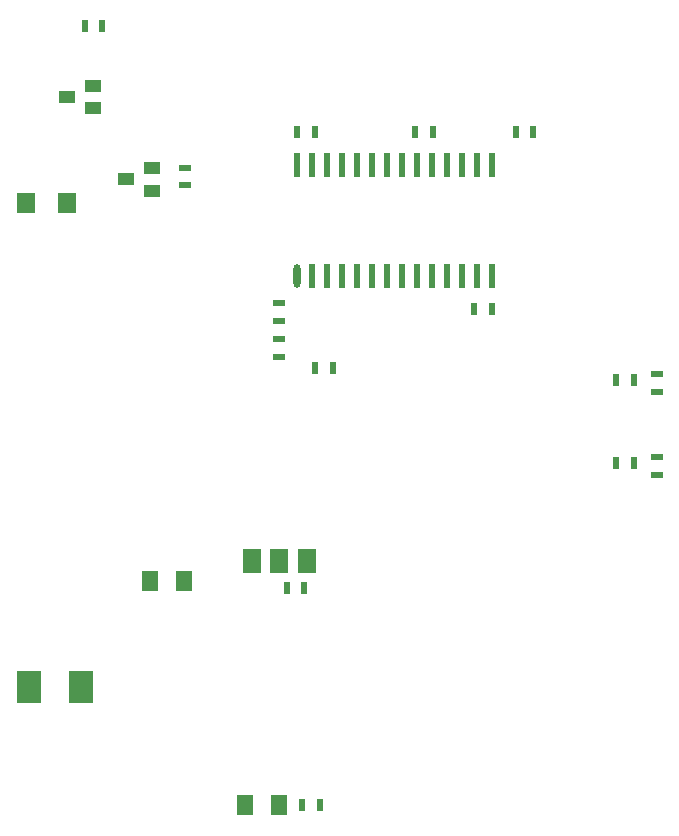
<source format=gtp>
%FSLAX44Y44*%
%MOMM*%
G71*
G01*
G75*
G04 Layer_Color=8421504*
%ADD10R,0.6000X1.0000*%
%ADD11R,1.4500X1.8000*%
%ADD12R,2.1590X2.7430*%
%ADD13R,1.5200X1.6800*%
%ADD14R,1.4000X1.0000*%
%ADD15R,0.6000X2.0000*%
%ADD16O,0.6000X2.0000*%
%ADD17R,1.0000X0.6000*%
%ADD18R,1.5000X2.0000*%
%ADD19C,0.2580*%
%ADD20C,1.0000*%
%ADD21C,0.3000*%
%ADD22R,3.8000X2.0000*%
%ADD23C,1.9000*%
%ADD24C,1.5240*%
%ADD25C,2.0000*%
G04:AMPARAMS|DCode=26|XSize=4.8mm|YSize=2mm|CornerRadius=0.5mm|HoleSize=0mm|Usage=FLASHONLY|Rotation=270.000|XOffset=0mm|YOffset=0mm|HoleType=Round|Shape=RoundedRectangle|*
%AMROUNDEDRECTD26*
21,1,4.8000,1.0000,0,0,270.0*
21,1,3.8000,2.0000,0,0,270.0*
1,1,1.0000,-0.5000,-1.9000*
1,1,1.0000,-0.5000,1.9000*
1,1,1.0000,0.5000,1.9000*
1,1,1.0000,0.5000,-1.9000*
%
%ADD26ROUNDEDRECTD26*%
G04:AMPARAMS|DCode=27|XSize=4mm|YSize=1.8mm|CornerRadius=0.45mm|HoleSize=0mm|Usage=FLASHONLY|Rotation=270.000|XOffset=0mm|YOffset=0mm|HoleType=Round|Shape=RoundedRectangle|*
%AMROUNDEDRECTD27*
21,1,4.0000,0.9000,0,0,270.0*
21,1,3.1000,1.8000,0,0,270.0*
1,1,0.9000,-0.4500,-1.5500*
1,1,0.9000,-0.4500,1.5500*
1,1,0.9000,0.4500,1.5500*
1,1,0.9000,0.4500,-1.5500*
%
%ADD27ROUNDEDRECTD27*%
G04:AMPARAMS|DCode=28|XSize=4mm|YSize=1.8mm|CornerRadius=0.45mm|HoleSize=0mm|Usage=FLASHONLY|Rotation=0.000|XOffset=0mm|YOffset=0mm|HoleType=Round|Shape=RoundedRectangle|*
%AMROUNDEDRECTD28*
21,1,4.0000,0.9000,0,0,0.0*
21,1,3.1000,1.8000,0,0,0.0*
1,1,0.9000,1.5500,-0.4500*
1,1,0.9000,-1.5500,-0.4500*
1,1,0.9000,-1.5500,0.4500*
1,1,0.9000,1.5500,0.4500*
%
%ADD28ROUNDEDRECTD28*%
%ADD29C,4.0000*%
%ADD30C,1.7000*%
%ADD31C,1.1000*%
%ADD32C,1.2700*%
%ADD33C,0.2000*%
%ADD34C,0.2540*%
%ADD35C,0.1000*%
%ADD36R,1.1000X2.0000*%
%ADD37R,2.0000X1.1000*%
%ADD38R,1.0000X0.5000*%
%ADD39R,0.5000X1.0000*%
D10*
X291000Y224000D02*
D03*
X276000D02*
D03*
X105000Y700000D02*
D03*
X120000Y700000D02*
D03*
X555000Y400000D02*
D03*
X570000Y400000D02*
D03*
X435000Y460000D02*
D03*
X450000D02*
D03*
X315000Y410000D02*
D03*
X300000D02*
D03*
X555000Y330000D02*
D03*
X570000Y330000D02*
D03*
X485000Y610000D02*
D03*
X470000D02*
D03*
X285000Y610000D02*
D03*
X300000Y610000D02*
D03*
X385000Y610000D02*
D03*
X400000Y610000D02*
D03*
X304000Y40000D02*
D03*
X289000D02*
D03*
D11*
X240500D02*
D03*
X270000D02*
D03*
X189500Y230000D02*
D03*
X160000D02*
D03*
D12*
X57900Y140000D02*
D03*
X102100D02*
D03*
D13*
X90000Y550000D02*
D03*
X55500D02*
D03*
D14*
X112000Y630500D02*
D03*
X90000Y640000D02*
D03*
X112000Y649500D02*
D03*
X162000Y560500D02*
D03*
X140000Y570000D02*
D03*
X162000Y579500D02*
D03*
D15*
X412000Y582000D02*
D03*
X399300D02*
D03*
X386600D02*
D03*
X373900D02*
D03*
X361200D02*
D03*
X348500D02*
D03*
X323100D02*
D03*
X335800D02*
D03*
X310400D02*
D03*
X297700D02*
D03*
X285000D02*
D03*
X424700D02*
D03*
X437400D02*
D03*
X450100D02*
D03*
Y488000D02*
D03*
X437400D02*
D03*
X424700D02*
D03*
X297700D02*
D03*
X310400D02*
D03*
X335800D02*
D03*
X323100D02*
D03*
X348500D02*
D03*
X361200D02*
D03*
X373900D02*
D03*
X386600D02*
D03*
X399300D02*
D03*
X412000D02*
D03*
D16*
X285000D02*
D03*
D17*
X590000Y405000D02*
D03*
X590000Y390000D02*
D03*
X270000Y435000D02*
D03*
X270000Y420000D02*
D03*
X590000Y335000D02*
D03*
Y320000D02*
D03*
X270000Y465000D02*
D03*
X270000Y450000D02*
D03*
X190000Y565000D02*
D03*
X190000Y580000D02*
D03*
D18*
X270000Y247000D02*
D03*
X293000D02*
D03*
X247000D02*
D03*
M02*

</source>
